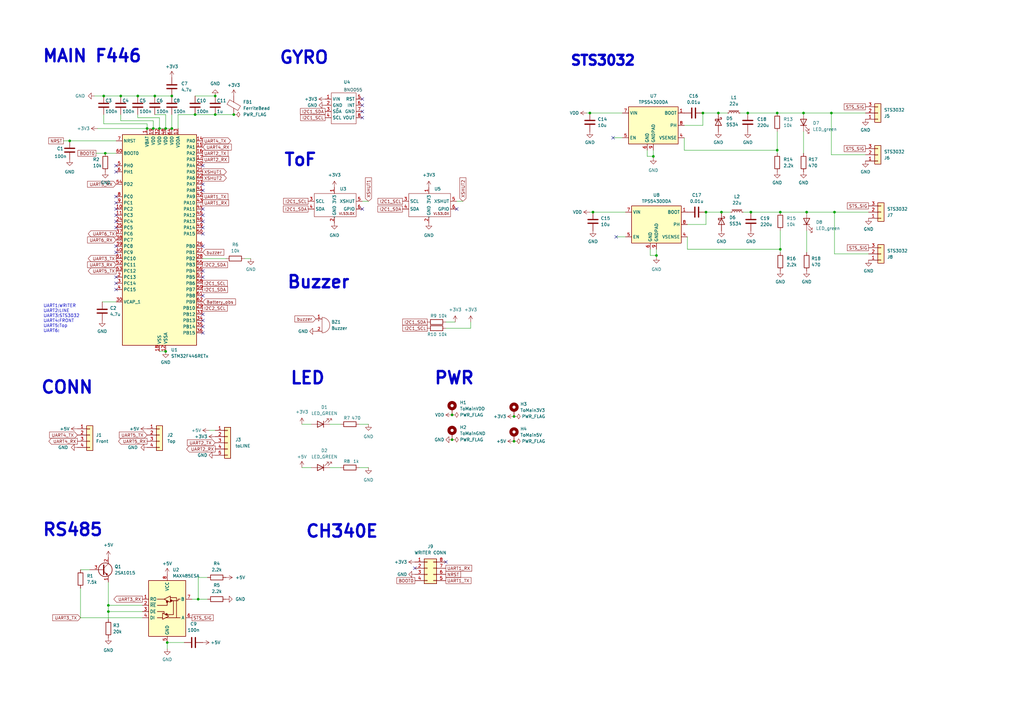
<source format=kicad_sch>
(kicad_sch (version 20230121) (generator eeschema)
  (paper "A3")
  (lib_symbols
    (symbol "BNO055:AE-BNO055-BO"
      (property "Reference" "U" (at -2.54 10.16 0))
      (symbol "AE-BNO055-BO_1_1"
        (text "BNO055" (at 3.81 8.89 0) (effects (font (size 1.27 1.27))))
        (pin passive line (at -7.62 5.08 0) (length 2.54) (name "VIN") (number "1"))
        (pin passive line (at -7.62 2.54 0) (length 2.54) (name "GND") (number "2"))
        (pin passive line (at -7.62 0 0) (length 2.54) (name "SDA") (number "3"))
        (pin passive line (at -7.62 -2.54 0) (length 2.54) (name "SCL") (number "4"))
        (pin passive line (at 7.62 5.08 180) (length 2.54) (name "RST") (number "5"))
        (pin passive line (at 7.62 2.54 180) (length 2.54) (name "INT") (number "6"))
        (pin passive line (at 7.62 0 180) (length 2.54) (name "GND") (number "7"))
        (pin passive line (at 7.62 -2.54 180) (length 2.54) (name "VOUT") (number "8"))
      )
    )
    (symbol "Connector_Generic:Conn_01x03" (pin_names (offset 1.016) hide)
      (property "Reference" "J" (at 0 5.08 0))
      (property "Value" "Conn_01x03" (at 0 -5.08 0))
      (symbol "Conn_01x03_1_1"
        (pin passive line (at -5.08 2.54 0) (length 3.81) (name "Pin_1") (number "1"))
        (pin passive line (at -5.08 0 0) (length 3.81) (name "Pin_2") (number "2"))
        (pin passive line (at -5.08 -2.54 0) (length 3.81) (name "Pin_3") (number "3"))
      )
    )
    (symbol "Connector_Generic:Conn_01x04" (pin_names (offset 1.016) hide)
      (property "Reference" "J" (at 0 5.08 0))
      (property "Value" "Conn_01x04" (at 0 -7.62 0))
      (symbol "Conn_01x04_1_1"
        (pin passive line (at -5.08 2.54 0) (length 3.81) (name "Pin_1") (number "1"))
        (pin passive line (at -5.08 0 0) (length 3.81) (name "Pin_2") (number "2"))
        (pin passive line (at -5.08 -2.54 0) (length 3.81) (name "Pin_3") (number "3"))
        (pin passive line (at -5.08 -5.08 0) (length 3.81) (name "Pin_4") (number "4"))
      )
    )
    (symbol "Connector_Generic:Conn_01x05" (pin_names (offset 1.016) hide)
      (property "Reference" "J" (at 0 7.62 0))
      (property "Value" "Conn_01x05" (at 0 -7.62 0))
      (symbol "Conn_01x05_1_1"
        (pin passive line (at -5.08 5.08 0) (length 3.81) (name "Pin_1") (number "1"))
        (pin passive line (at -5.08 2.54 0) (length 3.81) (name "Pin_2") (number "2"))
        (pin passive line (at -5.08 0 0) (length 3.81) (name "Pin_3") (number "3"))
        (pin passive line (at -5.08 -2.54 0) (length 3.81) (name "Pin_4") (number "4"))
        (pin passive line (at -5.08 -5.08 0) (length 3.81) (name "Pin_5") (number "5"))
      )
    )
    (symbol "Connector_Generic:Conn_02x04_Counter_Clockwise" (pin_names (offset 1.016) hide)
      (property "Reference" "J" (at 1.27 5.08 0))
      (property "Value" "Conn_02x04_Counter_Clockwise" (at 1.27 -7.62 0))
      (symbol "Conn_02x04_Counter_Clockwise_1_1"
        (pin passive line (at -5.08 2.54 0) (length 3.81) (name "Pin_1") (number "1"))
        (pin passive line (at -5.08 0 0) (length 3.81) (name "Pin_2") (number "2"))
        (pin passive line (at -5.08 -2.54 0) (length 3.81) (name "Pin_3") (number "3"))
        (pin passive line (at -5.08 -5.08 0) (length 3.81) (name "Pin_4") (number "4"))
        (pin passive line (at 7.62 -5.08 180) (length 3.81) (name "Pin_5") (number "5"))
        (pin passive line (at 7.62 -2.54 180) (length 3.81) (name "Pin_6") (number "6"))
        (pin passive line (at 7.62 0 180) (length 3.81) (name "Pin_7") (number "7"))
        (pin passive line (at 7.62 2.54 180) (length 3.81) (name "Pin_8") (number "8"))
      )
    )
    (symbol "Device:Buzzer" (pin_names (offset 0.0254) hide)
      (property "Reference" "BZ" (at 3.81 1.27 0))
      (property "Value" "Buzzer" (at 3.81 -1.27 0))
      (symbol "Buzzer_1_1"
        (pin passive line (at -2.54 2.54 0) (length 2.54) (name "-") (number "1"))
        (pin passive line (at -2.54 -2.54 0) (length 2.54) (name "+") (number "2"))
      )
    )
    (symbol "Device:C" (pin_numbers hide) (pin_names (offset 0.254))
      (property "Reference" "C" (at 0.635 2.54 0))
      (property "Value" "C" (at 0.635 -2.54 0))
      (symbol "C_1_1"
        (pin passive line (at 0 3.81 270) (length 2.794) (name "~") (number "1"))
        (pin passive line (at 0 -3.81 90) (length 2.794) (name "~") (number "2"))
      )
    )
    (symbol "Device:FerriteBead" (pin_numbers hide) (pin_names (offset 0))
      (property "Reference" "FB" (at -3.81 0.635 90))
      (property "Value" "FerriteBead" (at 3.81 0 90))
      (symbol "FerriteBead_1_1"
        (pin passive line (at 0 3.81 270) (length 2.54) (name "~") (number "1"))
        (pin passive line (at 0 -3.81 90) (length 2.54) (name "~") (number "2"))
      )
    )
    (symbol "Device:LED" (pin_numbers hide) (pin_names (offset 1.016) hide)
      (property "Reference" "D" (at 0 2.54 0))
      (property "Value" "LED" (at 0 -2.54 0))
      (symbol "LED_1_1"
        (pin passive line (at -3.81 0 0) (length 2.54) (name "K") (number "1"))
        (pin passive line (at 3.81 0 180) (length 2.54) (name "A") (number "2"))
      )
    )
    (symbol "Device:L_Iron_Small" (pin_numbers hide) (pin_names (offset 0.254) hide)
      (property "Reference" "L" (at 1.27 1.016 0))
      (property "Value" "L_Iron_Small" (at 1.27 -1.27 0))
      (symbol "L_Iron_Small_1_1"
        (pin passive line (at 0 2.54 270) (length 0.508) (name "~") (number "1"))
        (pin passive line (at 0 -2.54 90) (length 0.508) (name "~") (number "2"))
      )
    )
    (symbol "Device:R" (pin_numbers hide) (pin_names (offset 0))
      (property "Reference" "R" (at 2.032 0 90))
      (property "Value" "R" (at 0 0 90))
      (symbol "R_1_1"
        (pin passive line (at 0 3.81 270) (length 1.27) (name "~") (number "1"))
        (pin passive line (at 0 -3.81 90) (length 1.27) (name "~") (number "2"))
      )
    )
    (symbol "Diode:B340" (pin_numbers hide) (pin_names (offset 1.016) hide)
      (property "Reference" "D" (at 0 2.54 0))
      (property "Value" "B340" (at 0 -2.54 0))
      (symbol "B340_1_1"
        (pin passive line (at -3.81 0 0) (length 2.54) (name "K") (number "1"))
        (pin passive line (at 3.81 0 180) (length 2.54) (name "A") (number "2"))
      )
    )
    (symbol "Interface_UART:MAX485E"
      (property "Reference" "U" (at -6.096 11.43 0))
      (property "Value" "MAX485E" (at 0.762 11.43 0))
      (symbol "MAX485E_1_1"
        (pin output line (at -10.16 2.54 0) (length 2.54) (name "RO") (number "1"))
        (pin input line (at -10.16 0 0) (length 2.54) (name "~{RE}") (number "2"))
        (pin input line (at -10.16 -2.54 0) (length 2.54) (name "DE") (number "3"))
        (pin input line (at -10.16 -5.08 0) (length 2.54) (name "DI") (number "4"))
        (pin power_in line (at 0 -15.24 90) (length 2.54) (name "GND") (number "5"))
        (pin bidirectional line (at 10.16 -5.08 180) (length 2.54) (name "A") (number "6"))
        (pin bidirectional line (at 10.16 2.54 180) (length 2.54) (name "B") (number "7"))
        (pin power_in line (at 0 12.7 270) (length 2.54) (name "VCC") (number "8"))
      )
    )
    (symbol "MCU_ST_STM32F4:STM32F446RETx"
      (property "Reference" "U" (at -15.24 44.45 0))
      (property "Value" "STM32F446RETx" (at 10.16 44.45 0))
      (symbol "STM32F446RETx_1_1"
        (pin power_in line (at -5.08 45.72 270) (length 2.54) (name "VBAT") (number "1"))
        (pin bidirectional line (at -17.78 12.7 0) (length 2.54) (name "PC2") (number "10"))
        (pin bidirectional line (at -17.78 10.16 0) (length 2.54) (name "PC3") (number "11"))
        (pin power_in line (at 2.54 -45.72 90) (length 2.54) (name "VSSA") (number "12"))
        (pin power_in line (at 7.62 45.72 270) (length 2.54) (name "VDDA") (number "13"))
        (pin bidirectional line (at 17.78 40.64 180) (length 2.54) (name "PA0") (number "14"))
        (pin bidirectional line (at 17.78 38.1 180) (length 2.54) (name "PA1") (number "15"))
        (pin bidirectional line (at 17.78 35.56 180) (length 2.54) (name "PA2") (number "16"))
        (pin bidirectional line (at 17.78 33.02 180) (length 2.54) (name "PA3") (number "17"))
        (pin power_in line (at 0 -45.72 90) (length 2.54) (name "VSS") (number "18"))
        (pin power_in line (at -2.54 45.72 270) (length 2.54) (name "VDD") (number "19"))
        (pin bidirectional line (at -17.78 -15.24 0) (length 2.54) (name "PC13") (number "2"))
        (pin bidirectional line (at 17.78 30.48 180) (length 2.54) (name "PA4") (number "20"))
        (pin bidirectional line (at 17.78 27.94 180) (length 2.54) (name "PA5") (number "21"))
        (pin bidirectional line (at 17.78 25.4 180) (length 2.54) (name "PA6") (number "22"))
        (pin bidirectional line (at 17.78 22.86 180) (length 2.54) (name "PA7") (number "23"))
        (pin bidirectional line (at -17.78 7.62 0) (length 2.54) (name "PC4") (number "24"))
        (pin bidirectional line (at -17.78 5.08 0) (length 2.54) (name "PC5") (number "25"))
        (pin bidirectional line (at 17.78 -2.54 180) (length 2.54) (name "PB0") (number "26"))
        (pin bidirectional line (at 17.78 -5.08 180) (length 2.54) (name "PB1") (number "27"))
        (pin bidirectional line (at 17.78 -7.62 180) (length 2.54) (name "PB2") (number "28"))
        (pin bidirectional line (at 17.78 -27.94 180) (length 2.54) (name "PB10") (number "29"))
        (pin bidirectional line (at -17.78 -17.78 0) (length 2.54) (name "PC14") (number "3"))
        (pin power_out line (at -17.78 -25.4 0) (length 2.54) (name "VCAP_1") (number "30"))
        (pin passive line (at 0 -45.72 90) (length 2.54) hide (name "VSS") (number "31"))
        (pin power_in line (at 0 45.72 270) (length 2.54) (name "VDD") (number "32"))
        (pin bidirectional line (at 17.78 -30.48 180) (length 2.54) (name "PB12") (number "33"))
        (pin bidirectional line (at 17.78 -33.02 180) (length 2.54) (name "PB13") (number "34"))
        (pin bidirectional line (at 17.78 -35.56 180) (length 2.54) (name "PB14") (number "35"))
        (pin bidirectional line (at 17.78 -38.1 180) (length 2.54) (name "PB15") (number "36"))
        (pin bidirectional line (at -17.78 2.54 0) (length 2.54) (name "PC6") (number "37"))
        (pin bidirectional line (at -17.78 0 0) (length 2.54) (name "PC7") (number "38"))
        (pin bidirectional line (at -17.78 -2.54 0) (length 2.54) (name "PC8") (number "39"))
        (pin bidirectional line (at -17.78 -20.32 0) (length 2.54) (name "PC15") (number "4"))
        (pin bidirectional line (at -17.78 -5.08 0) (length 2.54) (name "PC9") (number "40"))
        (pin bidirectional line (at 17.78 20.32 180) (length 2.54) (name "PA8") (number "41"))
        (pin bidirectional line (at 17.78 17.78 180) (length 2.54) (name "PA9") (number "42"))
        (pin bidirectional line (at 17.78 15.24 180) (length 2.54) (name "PA10") (number "43"))
        (pin bidirectional line (at 17.78 12.7 180) (length 2.54) (name "PA11") (number "44"))
        (pin bidirectional line (at 17.78 10.16 180) (length 2.54) (name "PA12") (number "45"))
        (pin bidirectional line (at 17.78 7.62 180) (length 2.54) (name "PA13") (number "46"))
        (pin passive line (at 0 -45.72 90) (length 2.54) hide (name "VSS") (number "47"))
        (pin power_in line (at 2.54 45.72 270) (length 2.54) (name "VDD") (number "48"))
        (pin bidirectional line (at 17.78 5.08 180) (length 2.54) (name "PA14") (number "49"))
        (pin bidirectional line (at -17.78 30.48 0) (length 2.54) (name "PH0") (number "5"))
        (pin bidirectional line (at 17.78 2.54 180) (length 2.54) (name "PA15") (number "50"))
        (pin bidirectional line (at -17.78 -7.62 0) (length 2.54) (name "PC10") (number "51"))
        (pin bidirectional line (at -17.78 -10.16 0) (length 2.54) (name "PC11") (number "52"))
        (pin bidirectional line (at -17.78 -12.7 0) (length 2.54) (name "PC12") (number "53"))
        (pin bidirectional line (at -17.78 22.86 0) (length 2.54) (name "PD2") (number "54"))
        (pin bidirectional line (at 17.78 -10.16 180) (length 2.54) (name "PB3") (number "55"))
        (pin bidirectional line (at 17.78 -12.7 180) (length 2.54) (name "PB4") (number "56"))
        (pin bidirectional line (at 17.78 -15.24 180) (length 2.54) (name "PB5") (number "57"))
        (pin bidirectional line (at 17.78 -17.78 180) (length 2.54) (name "PB6") (number "58"))
        (pin bidirectional line (at 17.78 -20.32 180) (length 2.54) (name "PB7") (number "59"))
        (pin bidirectional line (at -17.78 27.94 0) (length 2.54) (name "PH1") (number "6"))
        (pin input line (at -17.78 35.56 0) (length 2.54) (name "BOOT0") (number "60"))
        (pin bidirectional line (at 17.78 -22.86 180) (length 2.54) (name "PB8") (number "61"))
        (pin bidirectional line (at 17.78 -25.4 180) (length 2.54) (name "PB9") (number "62"))
        (pin passive line (at 0 -45.72 90) (length 2.54) hide (name "VSS") (number "63"))
        (pin power_in line (at 5.08 45.72 270) (length 2.54) (name "VDD") (number "64"))
        (pin input line (at -17.78 40.64 0) (length 2.54) (name "NRST") (number "7"))
        (pin bidirectional line (at -17.78 17.78 0) (length 2.54) (name "PC0") (number "8"))
        (pin bidirectional line (at -17.78 15.24 0) (length 2.54) (name "PC1") (number "9"))
      )
    )
    (symbol "Mechanical:MountingHole_Pad" (pin_numbers hide) (pin_names (offset 1.016) hide)
      (property "Reference" "H" (at 0 6.35 0))
      (property "Value" "MountingHole_Pad" (at 0 4.445 0))
      (symbol "MountingHole_Pad_1_1"
        (pin input line (at 0 -2.54 90) (length 2.54) (name "1") (number "1"))
      )
    )
    (symbol "Regulator_Switching:TPS5430DDA"
      (property "Reference" "U" (at -10.16 8.89 0))
      (property "Value" "TPS5430DDA" (at -1.27 8.89 0))
      (symbol "TPS5430DDA_1_1"
        (pin input line (at 12.7 5.08 180) (length 2.54) (name "BOOT") (number "1"))
        (pin no_connect line (at -10.16 2.54 0) (length 2.54) hide (name "NC") (number "2"))
        (pin no_connect line (at -10.16 -2.54 0) (length 2.54) hide (name "NC") (number "3"))
        (pin input line (at 12.7 -5.08 180) (length 2.54) (name "VSENSE") (number "4"))
        (pin input line (at -12.7 -5.08 0) (length 2.54) (name "EN") (number "5"))
        (pin power_in line (at -2.54 -10.16 90) (length 2.54) (name "GND") (number "6"))
        (pin power_in line (at -12.7 5.08 0) (length 2.54) (name "VIN") (number "7"))
        (pin output line (at 12.7 0 180) (length 2.54) (name "PH") (number "8"))
        (pin power_in line (at 0 -10.16 90) (length 2.54) (name "GNDPAD") (number "9"))
      )
    )
    (symbol "Transistor_BJT:2SA1015" (pin_names (offset 0) hide)
      (property "Reference" "Q" (at 5.08 1.905 0))
      (property "Value" "2SA1015" (at 5.08 0 0))
      (symbol "2SA1015_1_1"
        (pin passive line (at 2.54 -5.08 90) (length 2.54) (name "E") (number "1"))
        (pin passive line (at 2.54 5.08 270) (length 2.54) (name "C") (number "2"))
        (pin input line (at -5.08 0 0) (length 5.08) (name "B") (number "3"))
      )
    )
    (symbol "power:+3V3" (power) (pin_names (offset 0))
      (property "Value" "+3V3" (at 0 3.556 0))
      (symbol "+3V3_1_1"
        (pin power_in line (at 0 0 90) (length 0) hide (name "+3V3") (number "1"))
      )
    )
    (symbol "power:+5V" (power) (pin_names (offset 0))
      (property "Value" "+5V" (at 0 3.556 0))
      (symbol "+5V_1_1"
        (pin power_in line (at 0 0 90) (length 0) hide (name "+5V") (number "1"))
      )
    )
    (symbol "power:GND" (power) (pin_names (offset 0))
      (property "Value" "GND" (at 0 -3.81 0))
      (symbol "GND_1_1"
        (pin power_in line (at 0 0 270) (length 0) hide (name "GND") (number "1"))
      )
    )
    (symbol "power:PWR_FLAG" (power) (pin_numbers hide) (pin_names (offset 0) hide)
      (property "Value" "PWR_FLAG" (at 0 3.81 0))
      (symbol "PWR_FLAG_0_0"
        (pin power_out line (at 0 0 90) (length 0) (name "pwr") (number "1"))
      )
    )
    (symbol "power:VDD" (power) (pin_names (offset 0))
      (property "Value" "VDD" (at 0 3.81 0))
      (symbol "VDD_1_1"
        (pin power_in line (at 0 0 90) (length 0) hide (name "VDD") (number "1"))
      )
    )
    (symbol "tuton_module:vl53l0x_module"
      (property "Reference" "U" (at 4.445 10.795 0))
      (symbol "vl53l0x_module_1_1"
        (text "VL53L0X" (at 5.08 1.27 0) (effects (font (size 1.016 1.016))))
        (pin power_in line (at 0 12.065 270) (length 2.54) (name "3V3") (number "1"))
        (pin power_in line (at 0 -2.54 90) (length 2.54) (name "GND") (number "2"))
        (pin passive line (at -10.795 6.35 0) (length 2.54) (name "SCL") (number "3"))
        (pin passive line (at -10.795 3.175 0) (length 2.54) (name "SDA") (number "4"))
        (pin passive line (at 11.43 6.35 180) (length 2.54) (name "XSHUT") (number "5"))
        (pin passive line (at 11.43 3.175 180) (length 2.54) (name "GPIO") (number "6"))
      )
    )
  )
  (junction (at 42.545 39.37))
  (junction (at 60.325 52.705))
  (junction (at 288.29 46.355))
  (junction (at 289.56 86.995))
  (junction (at 67.945 52.705))
  (junction (at 295.91 86.995))
  (junction (at 329.565 46.355))
  (junction (at 49.53 39.37))
  (junction (at 330.835 86.995))
  (junction (at 307.975 86.995))
  (junction (at 340.995 46.355))
  (junction (at 65.405 52.705))
  (junction (at 210.82 170.815))
  (junction (at 56.515 39.37))
  (junction (at 320.04 102.235))
  (junction (at 44.45 248.285))
  (junction (at 68.58 263.525))
  (junction (at 43.18 62.865))
  (junction (at 269.24 104.775))
  (junction (at 294.64 46.355))
  (junction (at 95.885 46.99))
  (junction (at 241.935 46.355))
  (junction (at 70.485 52.705))
  (junction (at 185.42 170.18))
  (junction (at 318.77 61.595))
  (junction (at 62.865 52.705))
  (junction (at 63.5 39.37))
  (junction (at 306.705 46.355))
  (junction (at 88.265 46.99))
  (junction (at 320.04 86.995))
  (junction (at 210.82 180.975))
  (junction (at 80.01 46.99))
  (junction (at 243.205 86.995))
  (junction (at 342.265 86.995))
  (junction (at 67.945 144.145))
  (junction (at 267.97 64.135))
  (junction (at 70.485 39.37))
  (junction (at 28.575 57.785))
  (junction (at 88.265 39.37))
  (junction (at 81.28 245.745))
  (junction (at 44.45 250.825))
  (junction (at 185.42 180.34))
  (junction (at 318.77 46.355))
  (no_connect (at 47.625 83.185))
  (no_connect (at 83.185 90.805))
  (no_connect (at 83.185 133.985))
  (no_connect (at 47.625 90.805))
  (no_connect (at 148.59 43.18))
  (no_connect (at 148.59 40.64))
  (no_connect (at 47.625 80.645))
  (no_connect (at 148.59 45.72))
  (no_connect (at 83.185 67.945))
  (no_connect (at 83.185 131.445))
  (no_connect (at 47.625 88.265))
  (no_connect (at 83.185 88.265))
  (no_connect (at 83.185 100.965))
  (no_connect (at 187.325 85.725))
  (no_connect (at 83.185 121.285))
  (no_connect (at 182.88 230.505))
  (no_connect (at 83.185 85.725))
  (no_connect (at 47.625 85.725))
  (no_connect (at 47.625 118.745))
  (no_connect (at 83.185 93.345))
  (no_connect (at 47.625 113.665))
  (no_connect (at 83.185 111.125))
  (no_connect (at 148.59 48.26))
  (no_connect (at 83.185 75.565))
  (no_connect (at 252.73 97.155))
  (no_connect (at 83.185 113.665))
  (no_connect (at 47.625 93.345))
  (no_connect (at 83.185 95.885))
  (no_connect (at 251.46 56.515))
  (no_connect (at 83.185 128.905))
  (no_connect (at 47.625 100.965))
  (no_connect (at 148.59 85.725))
  (no_connect (at 170.18 233.045))
  (no_connect (at 47.625 70.485))
  (no_connect (at 47.625 67.945))
  (no_connect (at 83.185 78.105))
  (no_connect (at 83.185 136.525))
  (no_connect (at 47.625 103.505))
  (no_connect (at 47.625 116.205))
  (wire (pts (xy 280.67 51.435) (xy 288.29 51.435)))
  (wire (pts (xy 252.73 97.155) (xy 256.54 97.155)))
  (wire (pts (xy 303.53 46.355) (xy 306.705 46.355)))
  (wire (pts (xy 320.04 94.615) (xy 320.04 102.235)))
  (wire (pts (xy 100.33 106.045) (xy 102.87 106.045)))
  (wire (pts (xy 68.58 266.065) (xy 68.58 263.525)))
  (wire (pts (xy 85.725 176.53) (xy 88.265 176.53)))
  (wire (pts (xy 182.88 132.08) (xy 186.69 132.08)))
  (wire (pts (xy 85.09 236.855) (xy 81.28 236.855)))
  (wire (pts (xy 38.735 39.37) (xy 42.545 39.37)))
  (wire (pts (xy 73.025 46.99) (xy 80.01 46.99)))
  (wire (pts (xy 33.02 253.365) (xy 33.02 241.3)))
  (wire (pts (xy 251.46 56.515) (xy 255.27 56.515)))
  (wire (pts (xy 304.8 86.995) (xy 307.975 86.995)))
  (wire (pts (xy 240.665 46.355) (xy 241.935 46.355)))
  (wire (pts (xy 56.515 46.99) (xy 56.515 48.26)))
  (wire (pts (xy 139.7 191.77) (xy 135.255 191.77)))
  (wire (pts (xy 281.94 102.235) (xy 320.04 102.235)))
  (wire (pts (xy 127.635 173.99) (xy 123.825 173.99)))
  (wire (pts (xy 44.45 248.285) (xy 58.42 248.285)))
  (wire (pts (xy 288.29 46.355) (xy 294.64 46.355)))
  (wire (pts (xy 307.975 86.995) (xy 320.04 86.995)))
  (wire (pts (xy 340.995 46.355) (xy 354.965 46.355)))
  (wire (pts (xy 289.56 92.075) (xy 289.56 86.995)))
  (wire (pts (xy 342.265 86.995) (xy 356.235 86.995)))
  (wire (pts (xy 63.5 39.37) (xy 70.485 39.37)))
  (wire (pts (xy 269.24 104.775) (xy 269.24 105.41)))
  (wire (pts (xy 139.7 173.99) (xy 135.255 173.99)))
  (wire (pts (xy 42.545 50.8) (xy 60.325 50.8)))
  (wire (pts (xy 266.7 102.235) (xy 266.7 104.775)))
  (wire (pts (xy 42.545 39.37) (xy 49.53 39.37)))
  (wire (pts (xy 83.185 106.045) (xy 92.71 106.045)))
  (wire (pts (xy 265.43 64.135) (xy 267.97 64.135)))
  (wire (pts (xy 41.91 123.825) (xy 47.625 123.825)))
  (wire (pts (xy 80.01 39.37) (xy 88.265 39.37)))
  (wire (pts (xy 42.545 46.99) (xy 42.545 50.8)))
  (wire (pts (xy 193.04 134.62) (xy 182.88 134.62)))
  (wire (pts (xy 67.945 46.99) (xy 67.945 52.705)))
  (wire (pts (xy 340.995 46.355) (xy 340.995 63.5)))
  (wire (pts (xy 40.005 52.705) (xy 60.325 52.705)))
  (wire (pts (xy 81.28 236.855) (xy 81.28 245.745)))
  (wire (pts (xy 330.835 86.995) (xy 342.265 86.995)))
  (wire (pts (xy 281.94 92.075) (xy 289.56 92.075)))
  (wire (pts (xy 49.53 46.99) (xy 49.53 49.53)))
  (wire (pts (xy 329.565 46.355) (xy 340.995 46.355)))
  (wire (pts (xy 151.13 82.55) (xy 148.59 82.55)))
  (wire (pts (xy 318.77 61.595) (xy 318.77 62.865)))
  (wire (pts (xy 39.37 62.865) (xy 43.18 62.865)))
  (wire (pts (xy 280.67 61.595) (xy 318.77 61.595)))
  (wire (pts (xy 44.45 250.825) (xy 58.42 250.825)))
  (wire (pts (xy 241.935 86.995) (xy 243.205 86.995)))
  (wire (pts (xy 78.74 245.745) (xy 81.28 245.745)))
  (wire (pts (xy 289.56 86.995) (xy 295.91 86.995)))
  (wire (pts (xy 306.705 46.355) (xy 318.77 46.355)))
  (wire (pts (xy 265.43 61.595) (xy 265.43 64.135)))
  (wire (pts (xy 33.02 253.365) (xy 58.42 253.365)))
  (wire (pts (xy 295.91 86.995) (xy 299.72 86.995)))
  (wire (pts (xy 340.995 63.5) (xy 354.965 63.5)))
  (wire (pts (xy 73.025 52.705) (xy 73.025 46.99)))
  (wire (pts (xy 241.935 46.355) (xy 255.27 46.355)))
  (wire (pts (xy 318.77 53.975) (xy 318.77 61.595)))
  (wire (pts (xy 65.405 48.26) (xy 65.405 52.705)))
  (wire (pts (xy 26.035 57.785) (xy 28.575 57.785)))
  (wire (pts (xy 56.515 48.26) (xy 65.405 48.26)))
  (wire (pts (xy 44.45 238.76) (xy 44.45 248.285)))
  (wire (pts (xy 81.28 245.745) (xy 85.09 245.745)))
  (wire (pts (xy 62.865 52.705) (xy 65.405 52.705)))
  (wire (pts (xy 60.325 50.8) (xy 60.325 52.705)))
  (wire (pts (xy 28.575 57.785) (xy 47.625 57.785)))
  (wire (pts (xy 330.835 103.505) (xy 330.835 94.615)))
  (wire (pts (xy 243.205 86.995) (xy 256.54 86.995)))
  (wire (pts (xy 266.7 104.775) (xy 269.24 104.775)))
  (wire (pts (xy 33.02 233.68) (xy 36.83 233.68)))
  (wire (pts (xy 294.64 46.355) (xy 298.45 46.355)))
  (wire (pts (xy 189.865 82.55) (xy 187.325 82.55)))
  (wire (pts (xy 80.01 46.99) (xy 88.265 46.99)))
  (wire (pts (xy 70.485 46.99) (xy 70.485 52.705)))
  (wire (pts (xy 43.18 62.865) (xy 47.625 62.865)))
  (wire (pts (xy 151.13 173.99) (xy 147.32 173.99)))
  (wire (pts (xy 68.58 263.525) (xy 75.565 263.525)))
  (wire (pts (xy 320.04 86.995) (xy 330.835 86.995)))
  (wire (pts (xy 49.53 49.53) (xy 62.865 49.53)))
  (wire (pts (xy 193.04 132.08) (xy 193.04 134.62)))
  (wire (pts (xy 342.265 86.995) (xy 342.265 104.14)))
  (wire (pts (xy 329.565 62.865) (xy 329.565 53.975)))
  (wire (pts (xy 267.97 61.595) (xy 267.97 64.135)))
  (wire (pts (xy 44.45 250.825) (xy 44.45 254)))
  (wire (pts (xy 320.04 102.235) (xy 320.04 103.505)))
  (wire (pts (xy 318.77 46.355) (xy 329.565 46.355)))
  (wire (pts (xy 151.13 191.77) (xy 147.32 191.77)))
  (wire (pts (xy 342.265 104.14) (xy 356.235 104.14)))
  (wire (pts (xy 281.94 102.235) (xy 281.94 97.155)))
  (wire (pts (xy 44.45 248.285) (xy 44.45 250.825)))
  (wire (pts (xy 88.265 46.99) (xy 95.885 46.99)))
  (wire (pts (xy 288.29 51.435) (xy 288.29 46.355)))
  (wire (pts (xy 49.53 39.37) (xy 56.515 39.37)))
  (wire (pts (xy 67.945 52.705) (xy 70.485 52.705)))
  (wire (pts (xy 280.67 61.595) (xy 280.67 56.515)))
  (wire (pts (xy 56.515 39.37) (xy 63.5 39.37)))
  (wire (pts (xy 65.405 144.145) (xy 67.945 144.145)))
  (wire (pts (xy 60.325 52.705) (xy 62.865 52.705)))
  (wire (pts (xy 269.24 102.235) (xy 269.24 104.775)))
  (wire (pts (xy 267.97 64.135) (xy 267.97 64.77)))
  (wire (pts (xy 65.405 52.705) (xy 67.945 52.705)))
  (wire (pts (xy 127.635 191.77) (xy 123.825 191.77)))
  (wire (pts (xy 62.865 49.53) (xy 62.865 52.705)))
  (wire (pts (xy 63.5 46.99) (xy 67.945 46.99)))
  (text "STS3032\n" (at 233.68 27.305 0) (effects (font (size 4 4) (thickness 2) bold) (justify left bottom)))
  (text "Buzzer\n" (at 117.475 118.745 0) (effects (font (size 5 5) (thickness 1) bold) (justify left bottom)))
  (text "MAIN F446\n" (at 17.145 26.035 0) (effects (font (size 5 5) (thickness 1) bold) (justify left bottom)))
  (text "UART1:WRITER\nUART2:LINE\nUART3:STS3032\nUART4:FRONT\nUART5:Top\nUART6:" (at 17.78 136.525 0) (effects (font (size 1.27 1.27)) (justify left bottom)))
  (text "ToF" (at 116.205 68.58 0) (effects (font (size 5 5) (thickness 1) bold) (justify left bottom)))
  (text "CONN\n" (at 16.51 161.925 0) (effects (font (size 5 5) (thickness 1) bold) (justify left bottom)))
  (text "GYRO\n" (at 114.3 26.67 0) (effects (font (size 5 5) (thickness 1) bold) (justify left bottom)))
  (text "CH340E\n" (at 125.095 220.98 0) (effects (font (size 5 5) (thickness 1) bold) (justify left bottom)))
  (text "RS485\n" (at 17.145 220.345 0) (effects (font (size 5 5) (thickness 1) bold) (justify left bottom)))
  (text "PWR" (at 177.8 158.115 0) (effects (font (size 5 5) (thickness 1) bold) (justify left bottom)))
  (text "LED" (at 118.745 158.115 0) (effects (font (size 5 5) (thickness 1) bold) (justify left bottom)))
  (global_label "UART1_RX" (shape passive) (at 83.185 83.185 0) (property "Intersheetrefs" "${INTERSHEET_REFS}" (effects hide)))
  (global_label "UART2_TX" (shape passive) (at 83.185 62.865 0) (property "Intersheetrefs" "${INTERSHEET_REFS}" (effects hide)))
  (global_label "STS_SIG" (shape passive) (at 354.965 60.96 180) (property "Intersheetrefs" "${INTERSHEET_REFS}" (effects hide)))
  (global_label "STS_SIG" (shape passive) (at 78.74 253.365 0) (property "Intersheetrefs" "${INTERSHEET_REFS}" (effects hide)))
  (global_label "XSHUT1" (shape input) (at 151.13 82.55 90) (property "Intersheetrefs" "${INTERSHEET_REFS}" (effects hide)))
  (global_label "I2C1_SDA" (shape passive) (at 83.185 118.745 0) (property "Intersheetrefs" "${INTERSHEET_REFS}" (effects hide)))
  (global_label "UART1_TX" (shape passive) (at 83.185 80.645 0) (property "Intersheetrefs" "${INTERSHEET_REFS}" (effects hide)))
  (global_label "UART3_RX" (shape input) (at 47.625 108.585 180) (property "Intersheetrefs" "${INTERSHEET_REFS}" (effects hide)))
  (global_label "UART5_RX" (shape input) (at 47.625 75.565 180) (property "Intersheetrefs" "${INTERSHEET_REFS}" (effects hide)))
  (global_label "STS_SIG" (shape passive) (at 354.965 43.815 180) (property "Intersheetrefs" "${INTERSHEET_REFS}" (effects hide)))
  (global_label "I2C2_SDA" (shape passive) (at 83.185 108.585 0) (property "Intersheetrefs" "${INTERSHEET_REFS}" (effects hide)))
  (global_label "I2C1_SDA" (shape passive) (at 126.365 85.725 180) (property "Intersheetrefs" "${INTERSHEET_REFS}" (effects hide)))
  (global_label "I2C1_SDA" (shape passive) (at 133.35 45.72 180) (property "Intersheetrefs" "${INTERSHEET_REFS}" (effects hide)))
  (global_label "I2C1_SCL" (shape passive) (at 126.365 82.55 180) (property "Intersheetrefs" "${INTERSHEET_REFS}" (effects hide)))
  (global_label "UART5_RX" (shape output) (at 60.325 180.975 180) (property "Intersheetrefs" "${INTERSHEET_REFS}" (effects hide)))
  (global_label "UART3_TX" (shape input) (at 33.02 253.365 180) (property "Intersheetrefs" "${INTERSHEET_REFS}" (effects hide)))
  (global_label "UART2_RX" (shape passive) (at 83.185 65.405 0) (property "Intersheetrefs" "${INTERSHEET_REFS}" (effects hide)))
  (global_label "UART1_TX" (shape passive) (at 182.88 238.125 0) (property "Intersheetrefs" "${INTERSHEET_REFS}" (effects hide)))
  (global_label "UART5_TX" (shape input) (at 60.325 178.435 180) (property "Intersheetrefs" "${INTERSHEET_REFS}" (effects hide)))
  (global_label "UART6_TX" (shape output) (at 47.625 95.885 180) (property "Intersheetrefs" "${INTERSHEET_REFS}" (effects hide)))
  (global_label "UART4_RX" (shape output) (at 31.75 180.975 180) (property "Intersheetrefs" "${INTERSHEET_REFS}" (effects hide)))
  (global_label "buzzer" (shape input) (at 129.54 130.81 180) (property "Intersheetrefs" "${INTERSHEET_REFS}" (effects hide)))
  (global_label "I2C1_SCL" (shape passive) (at 83.185 116.205 0) (property "Intersheetrefs" "${INTERSHEET_REFS}" (effects hide)))
  (global_label "UART4_TX" (shape output) (at 83.185 57.785 0) (property "Intersheetrefs" "${INTERSHEET_REFS}" (effects hide)))
  (global_label "UART5_TX" (shape output) (at 47.625 111.125 180) (property "Intersheetrefs" "${INTERSHEET_REFS}" (effects hide)))
  (global_label "XSHUT2" (shape input) (at 189.865 82.55 90) (property "Intersheetrefs" "${INTERSHEET_REFS}" (effects hide)))
  (global_label "UART2_TX" (shape input) (at 88.265 181.61 180) (property "Intersheetrefs" "${INTERSHEET_REFS}" (effects hide)))
  (global_label "UART1_RX" (shape passive) (at 182.88 233.045 0) (property "Intersheetrefs" "${INTERSHEET_REFS}" (effects hide)))
  (global_label "BOOT0" (shape passive) (at 39.37 62.865 180) (property "Intersheetrefs" "${INTERSHEET_REFS}" (effects hide)))
  (global_label "UART4_TX" (shape input) (at 31.75 178.435 180) (property "Intersheetrefs" "${INTERSHEET_REFS}" (effects hide)))
  (global_label "buzzer" (shape input) (at 83.185 103.505 0) (property "Intersheetrefs" "${INTERSHEET_REFS}" (effects hide)))
  (global_label "STS_SIG" (shape passive) (at 356.235 101.6 180) (property "Intersheetrefs" "${INTERSHEET_REFS}" (effects hide)))
  (global_label "BOOT0" (shape passive) (at 170.18 238.125 180) (property "Intersheetrefs" "${INTERSHEET_REFS}" (effects hide)))
  (global_label "UART3_TX" (shape output) (at 47.625 106.045 180) (property "Intersheetrefs" "${INTERSHEET_REFS}" (effects hide)))
  (global_label "UART3_RX" (shape output) (at 58.42 245.745 180) (property "Intersheetrefs" "${INTERSHEET_REFS}" (effects hide)))
  (global_label "XSHUT2" (shape output) (at 83.185 73.025 0) (property "Intersheetrefs" "${INTERSHEET_REFS}" (effects hide)))
  (global_label "I2C1_SCL" (shape passive) (at 165.1 82.55 180) (property "Intersheetrefs" "${INTERSHEET_REFS}" (effects hide)))
  (global_label "UART4_RX" (shape input) (at 83.185 60.325 0) (property "Intersheetrefs" "${INTERSHEET_REFS}" (effects hide)))
  (global_label "UART6_RX" (shape input) (at 47.625 98.425 180) (property "Intersheetrefs" "${INTERSHEET_REFS}" (effects hide)))
  (global_label "I2C1_SCL" (shape passive) (at 175.26 134.62 180) (property "Intersheetrefs" "${INTERSHEET_REFS}" (effects hide)))
  (global_label "I2C2_SCL" (shape passive) (at 83.185 126.365 0) (property "Intersheetrefs" "${INTERSHEET_REFS}" (effects hide)))
  (global_label "Battery_obs" (shape input) (at 83.185 123.825 0) (property "Intersheetrefs" "${INTERSHEET_REFS}" (effects hide)))
  (global_label "STS_SIG" (shape passive) (at 356.235 84.455 180) (property "Intersheetrefs" "${INTERSHEET_REFS}" (effects hide)))
  (global_label "NRST" (shape passive) (at 182.88 235.585 0) (property "Intersheetrefs" "${INTERSHEET_REFS}" (effects hide)))
  (global_label "I2C1_SDA" (shape passive) (at 175.26 132.08 180) (property "Intersheetrefs" "${INTERSHEET_REFS}" (effects hide)))
  (global_label "I2C1_SDA" (shape passive) (at 165.1 85.725 180) (property "Intersheetrefs" "${INTERSHEET_REFS}" (effects hide)))
  (global_label "I2C1_SCL" (shape passive) (at 133.35 48.26 180) (property "Intersheetrefs" "${INTERSHEET_REFS}" (effects hide)))
  (global_label "NRST" (shape passive) (at 26.035 57.785 180) (property "Intersheetrefs" "${INTERSHEET_REFS}" (effects hide)))
  (global_label "XSHUT1" (shape output) (at 83.185 70.485 0) (property "Intersheetrefs" "${INTERSHEET_REFS}" (effects hide)))
  (global_label "UART2_RX" (shape output) (at 88.265 184.15 180) (property "Intersheetrefs" "${INTERSHEET_REFS}" (effects hide)))
  (symbol (lib_id "Connector_Generic:Conn_01x04") (at 36.83 178.435 0) (unit 1)
    (property "Reference" "J1" (at 39.37 178.435 0) (effects (justify left)))
    (property "Value" "Front" (at 39.37 180.975 0) (effects (justify left)))
    (property "Footprint" "Connector_JST:JST_XH_B4B-XH-A_1x04_P2.50mm_Vertical" (effects hide))
  )
  (symbol (lib_id "power:+5V") (at 44.45 228.6 0) (unit 1)
    (property "Reference" "#PWR08" (effects hide))
    (property "Value" "+5V" (at 44.45 223.52 0))
  )
  (symbol (lib_id "Device:Buzzer") (at 132.08 133.35 0) (unit 1)
    (property "Reference" "BZ1" (at 135.89 132.08 0) (effects (justify left)))
    (property "Value" "Buzzer" (at 135.89 134.62 0) (effects (justify left)))
    (property "Footprint" "Buzzer_Beeper:Buzzer_15x7.5RM7.6" (effects hide))
  )
  (symbol (lib_id "power:GND") (at 68.58 266.065 0) (unit 1)
    (property "Reference" "#PWR014" (effects hide))
    (property "Value" "GND" (at 68.58 270.51 0))
  )
  (symbol (lib_id "power:+3V3") (at 70.485 31.75 0) (unit 1)
    (property "Reference" "#PWR015" (effects hide))
    (property "Value" "+3V3" (at 70.485 27.305 0))
  )
  (symbol (lib_id "Device:R") (at 96.52 106.045 90) (unit 1)
    (property "Reference" "R6" (at 96.52 100.33 90))
    (property "Value" "10k" (at 96.52 102.87 90))
    (property "Footprint" "Resistor_SMD:R_0603_1608Metric" (effects hide))
    (property "LCSC" "C25804" (effects hide))
  )
  (symbol (lib_id "Connector_Generic:Conn_01x03") (at 360.045 63.5 0) (mirror x) (unit 1)
    (property "Reference" "J6" (at 362.585 64.77 0) (effects (justify left)))
    (property "Value" "STS3032" (at 362.585 62.23 0) (effects (justify left)))
    (property "Footprint" "Connector_Molex:Molex_SPOX_5267-03A_1x03_P2.50mm_Vertical" (effects hide))
  )
  (symbol (lib_id "Transistor_BJT:2SA1015") (at 41.91 233.68 0) (unit 1)
    (property "Reference" "Q1" (at 46.99 232.41 0) (effects (justify left)))
    (property "Value" "2SA1015" (at 46.99 234.95 0) (effects (justify left)))
    (property "Footprint" "Package_TO_SOT_THT:TO-92_Inline" (effects hide))
    (property "Datasheet" "http://www.datasheetcatalog.org/datasheet/toshiba/905.pdf" (effects hide))
  )
  (symbol (lib_id "power:GND") (at 151.13 173.99 0) (unit 1)
    (property "Reference" "#PWR033" (effects hide))
    (property "Value" "GND" (at 151.13 179.07 0))
  )
  (symbol (lib_id "Connector_Generic:Conn_01x04") (at 65.405 178.435 0) (unit 1)
    (property "Reference" "J2" (at 68.58 178.435 0) (effects (justify left)))
    (property "Value" "Top" (at 68.58 180.975 0) (effects (justify left)))
    (property "Footprint" "Connector_JST:JST_XH_B4B-XH-A_1x04_P2.50mm_Vertical" (effects hide))
  )
  (symbol (lib_id "Device:R") (at 320.04 107.315 0) (unit 1)
    (property "Reference" "R16" (at 322.58 106.045 0) (effects (justify left)))
    (property "Value" "2.2k" (at 322.58 108.585 0) (effects (justify left)))
    (property "Footprint" "Resistor_SMD:R_0603_1608Metric" (effects hide))
    (property "LCSC" "C4190" (effects hide))
  )
  (symbol (lib_id "Device:C") (at 49.53 43.18 0) (unit 1)
    (property "Reference" "C4" (at 50.165 41.275 0) (effects (justify left)))
    (property "Value" "100n" (at 50.165 45.72 0) (effects (justify left)))
    (property "Footprint" "Capacitor_SMD:C_0402_1005Metric" (effects hide))
    (property "LCSC" "C1525" (effects hide))
  )
  (symbol (lib_id "power:GND") (at 38.735 39.37 270) (unit 1)
    (property "Reference" "#PWR04" (effects hide))
    (property "Value" "GND" (at 34.925 39.37 90) (effects (justify right)))
  )
  (symbol (lib_id "Device:C") (at 243.205 90.805 0) (unit 1)
    (property "Reference" "C15" (at 246.38 89.535 0) (effects (justify left)))
    (property "Value" "10u" (at 246.38 92.075 0) (effects (justify left)))
    (property "Footprint" "Capacitor_SMD:C_0805_2012Metric" (effects hide))
    (property "LCSC" "C15850" (effects hide))
  )
  (symbol (lib_id "power:GND") (at 318.77 70.485 0) (unit 1)
    (property "Reference" "#PWR062" (effects hide))
    (property "Value" "GND" (at 318.77 74.93 0))
  )
  (symbol (lib_id "Device:R") (at 179.07 132.08 270) (unit 1)
    (property "Reference" "R9" (at 177.8 129.54 90))
    (property "Value" "10k" (at 181.61 129.54 90))
    (property "Footprint" "Resistor_SMD:R_1206_3216Metric" (effects hide))
    (property "LCSC" "C17902" (effects hide))
  )
  (symbol (lib_id "Device:L_Iron_Small") (at 302.26 86.995 90) (unit 1)
    (property "Reference" "L2" (at 302.26 80.645 90))
    (property "Value" "22u" (at 302.26 83.185 90))
    (property "Footprint" "Inductor_THT:L_Radial_D12.0mm_P5.00mm_Neosid_SD12k_style2" (effects hide))
    (property "LCSC" "C475917" (effects hide))
  )
  (symbol (lib_id "power:+5V") (at 60.325 175.895 90) (unit 1)
    (property "Reference" "#PWR010" (effects hide))
    (property "Value" "+5V" (at 57.15 175.895 90) (effects (justify left)))
  )
  (symbol (lib_id "power:GND") (at 295.91 94.615 0) (unit 1)
    (property "Reference" "#PWR059" (effects hide))
    (property "Value" "GND" (at 295.91 99.06 0))
  )
  (symbol (lib_id "Interface_UART:MAX485E") (at 68.58 248.285 0) (unit 1)
    (property "Reference" "U2" (at 70.7741 233.68 0) (effects (justify left)))
    (property "Value" "MAX485ESA" (at 70.7741 236.22 0) (effects (justify left)))
    (property "Footprint" "Package_SO:SOP-8_3.9x4.9mm_P1.27mm" (effects hide))
    (property "Datasheet" "https://datasheets.maximintegrated.com/en/ds/MAX1487E-MAX491E.pdf" (effects hide))
    (property "LCSC" "C668206" (effects hide))
  )
  (symbol (lib_id "Diode:B340") (at 294.64 50.165 270) (unit 1)
    (property "Reference" "D5" (at 297.815 48.5775 90) (effects (justify left)))
    (property "Value" "SS34" (at 297.815 51.1175 90) (effects (justify left)))
    (property "Footprint" "Diode_SMD:D_SMA" (effects hide))
    (property "Datasheet" "http://www.jameco.com/Jameco/Products/ProdDS/1538777.pdf" (effects hide))
    (property "LCSC" "C8678" (effects hide))
  )
  (symbol (lib_id "Device:R") (at 88.9 236.855 270) (unit 1)
    (property "Reference" "R4" (at 88.9 231.14 90))
    (property "Value" "2.2k" (at 88.9 233.68 90))
    (property "Footprint" "Resistor_SMD:R_0603_1608Metric" (effects hide))
    (property "LCSC" "C4190" (effects hide))
  )
  (symbol (lib_id "tuton_module:vl53l0x_module") (at 137.16 88.9 0) (unit 1)
    (property "Reference" "U3" (at 139.3541 77.47 0) (effects (justify left)))
    (property "Value" "~" (at 137.16 88.9 0))
    (property "Footprint" "tuton:vl53l0x_vertical" (effects hide))
  )
  (symbol (lib_id "power:GND") (at 129.54 135.89 270) (unit 1)
    (property "Reference" "#PWR027" (effects hide))
    (property "Value" "GND" (at 126.365 135.89 90) (effects (justify right)))
  )
  (symbol (lib_id "Device:R") (at 179.07 134.62 90) (unit 1)
    (property "Reference" "R10" (at 177.165 137.16 90))
    (property "Value" "10k" (at 181.61 137.16 90))
    (property "Footprint" "Resistor_SMD:R_1206_3216Metric" (effects hide))
    (property "LCSC" "C17902" (effects hide))
  )
  (symbol (lib_id "power:GND") (at 88.265 186.69 270) (unit 1)
    (property "Reference" "#PWR020" (effects hide))
    (property "Value" "GND" (at 85.09 186.69 90) (effects (justify right)))
  )
  (symbol (lib_id "Device:R") (at 143.51 191.77 270) (unit 1)
    (property "Reference" "R8" (at 142.24 189.23 90))
    (property "Value" "1k" (at 146.05 189.23 90))
    (property "Footprint" "Resistor_SMD:R_0805_2012Metric" (effects hide))
    (property "LCSC" "C17513" (effects hide))
  )
  (symbol (lib_id "Device:C") (at 307.975 90.805 0) (unit 1)
    (property "Reference" "C19" (at 311.785 89.535 0) (effects (justify left)))
    (property "Value" "220u" (at 311.785 92.075 0) (effects (justify left)))
    (property "Footprint" "Capacitor_THT:CP_Radial_D6.3mm_P2.50mm" (effects hide))
  )
  (symbol (lib_id "power:PWR_FLAG") (at 185.42 170.18 270) (unit 1)
    (property "Reference" "#FLG02" (effects hide))
    (property "Value" "PWR_FLAG" (at 188.595 170.18 90) (effects (justify left)))
  )
  (symbol (lib_id "power:VDD") (at 240.665 46.355 90) (unit 1)
    (property "Reference" "#PWR046" (effects hide))
    (property "Value" "VDD" (at 237.49 46.355 90) (effects (justify left)))
  )
  (symbol (lib_id "MCU_ST_STM32F4:STM32F446RETx") (at 65.405 98.425 0) (unit 1)
    (property "Reference" "U1" (at 70.1391 143.51 0) (effects (justify left)))
    (property "Value" "STM32F446RETx" (at 70.1391 146.05 0) (effects (justify left)))
    (property "Footprint" "Package_QFP:LQFP-64_10x10mm_P0.5mm" (effects hide))
    (property "Datasheet" "https://www.st.com/resource/en/datasheet/stm32f446re.pdf" (effects hide))
    (property "LCSC" "C69336" (effects hide))
  )
  (symbol (lib_id "power:+3V3") (at 133.35 40.64 90) (unit 1)
    (property "Reference" "#PWR028" (effects hide))
    (property "Value" "+3V3" (at 130.175 40.64 90) (effects (justify left)))
  )
  (symbol (lib_id "power:+5V") (at 31.75 175.895 90) (unit 1)
    (property "Reference" "#PWR02" (effects hide))
    (property "Value" "+5V" (at 28.575 175.895 90) (effects (justify left)))
  )
  (symbol (lib_id "Diode:B340") (at 295.91 90.805 270) (unit 1)
    (property "Reference" "D6" (at 299.085 89.2175 90) (effects (justify left)))
    (property "Value" "SS34" (at 299.085 91.7575 90) (effects (justify left)))
    (property "Footprint" "Diode_SMD:D_SMA" (effects hide))
    (property "Datasheet" "http://www.jameco.com/Jameco/Products/ProdDS/1538777.pdf" (effects hide))
    (property "LCSC" "C8678" (effects hide))
  )
  (symbol (lib_id "Device:LED") (at 330.835 90.805 90) (unit 1)
    (property "Reference" "D8" (at 334.645 91.1225 90) (effects (justify right)))
    (property "Value" "LED_green" (at 334.645 93.6625 90) (effects (justify right)))
    (property "Footprint" "LED_SMD:LED_0805_2012Metric" (effects hide))
    (property "LCSC" "C2297" (effects hide))
  )
  (symbol (lib_id "Device:C") (at 88.265 43.18 0) (unit 1)
    (property "Reference" "C11" (at 88.9 41.275 0) (effects (justify left)))
    (property "Value" "1u" (at 88.9 45.72 0) (effects (justify left)))
    (property "Footprint" "Capacitor_SMD:C_0402_1005Metric" (effects hide))
    (property "LCSC" "C52923" (effects hide))
  )
  (symbol (lib_id "Device:R") (at 318.77 66.675 0) (unit 1)
    (property "Reference" "R14" (at 321.31 65.405 0) (effects (justify left)))
    (property "Value" "2.2k" (at 321.31 67.945 0) (effects (justify left)))
    (property "Footprint" "Resistor_SMD:R_0603_1608Metric" (effects hide))
    (property "LCSC" "C4190" (effects hide))
  )
  (symbol (lib_id "Device:C") (at 41.91 127.635 0) (unit 1)
    (property "Reference" "C2" (at 45.085 126.365 0) (effects (justify left)))
    (property "Value" "4.7u" (at 45.085 128.905 0) (effects (justify left)))
    (property "Footprint" "Capacitor_SMD:C_0402_1005Metric" (effects hide))
    (property "LCSC" "C23733" (effects hide))
  )
  (symbol (lib_id "power:GND") (at 269.24 105.41 0) (unit 1)
    (property "Reference" "#PWR055" (effects hide))
    (property "Value" "GND" (at 269.24 110.49 0))
  )
  (symbol (lib_id "power:GND") (at 41.91 131.445 0) (unit 1)
    (property "Reference" "#PWR06" (effects hide))
    (property "Value" "GND" (at 41.91 135.89 0))
  )
  (symbol (lib_id "power:PWR_FLAG") (at 185.42 180.34 270) (unit 1)
    (property "Reference" "#FLG03" (effects hide))
    (property "Value" "PWR_FLAG" (at 188.595 180.34 90) (effects (justify left)))
  )
  (symbol (lib_id "power:+5V") (at 210.82 180.975 90) (unit 1)
    (property "Reference" "#PWR057" (effects hide))
    (property "Value" "+5V" (at 207.645 180.975 90) (effects (justify left)))
  )
  (symbol (lib_id "Device:R") (at 33.02 237.49 0) (unit 1)
    (property "Reference" "R1" (at 35.56 236.22 0) (effects (justify left)))
    (property "Value" "7.5k" (at 35.56 238.76 0) (effects (justify left)))
    (property "Footprint" "Resistor_SMD:R_0603_1608Metric" (effects hide))
    (property "LCSC" "C23234" (effects hide))
  )
  (symbol (lib_id "power:+3V3") (at 123.825 173.99 0) (unit 1)
    (property "Reference" "#PWR025" (effects hide))
    (property "Value" "+3V3" (at 123.825 168.91 0))
  )
  (symbol (lib_id "power:PWR_FLAG") (at 95.885 46.99 270) (unit 1)
    (property "Reference" "#FLG01" (effects hide))
    (property "Value" "PWR_FLAG" (at 99.695 46.99 90) (effects (justify left)))
  )
  (symbol (lib_id "power:GND") (at 151.13 191.77 0) (unit 1)
    (property "Reference" "#PWR034" (effects hide))
    (property "Value" "GND" (at 151.13 196.85 0))
  )
  (symbol (lib_id "Mechanical:MountingHole_Pad") (at 210.82 168.275 0) (unit 1)
    (property "Reference" "H3" (at 213.36 165.735 0) (effects (justify left)))
    (property "Value" "ToMain3V3" (at 213.36 168.275 0) (effects (justify left)))
    (property "Footprint" "MountingHole:MountingHole_3.2mm_M3_Pad_Via" (effects hide))
  )
  (symbol (lib_id "Device:R") (at 88.9 245.745 270) (unit 1)
    (property "Reference" "R5" (at 88.9 240.03 90))
    (property "Value" "2.2k" (at 88.9 242.57 90))
    (property "Footprint" "Resistor_SMD:R_0603_1608Metric" (effects hide))
    (property "LCSC" "C4190" (effects hide))
  )
  (symbol (lib_id "Device:R") (at 43.18 66.675 0) (unit 1)
    (property "Reference" "R2" (at 38.1 65.405 0) (effects (justify left)))
    (property "Value" "10k" (at 38.1 67.945 0) (effects (justify left)))
    (property "Footprint" "Resistor_SMD:R_0603_1608Metric" (effects hide))
    (property "LCSC" "C25804" (effects hide))
  )
  (symbol (lib_id "Device:R") (at 320.04 90.805 0) (unit 1)
    (property "Reference" "R15" (at 322.58 89.535 0) (effects (justify left)))
    (property "Value" "10k" (at 322.58 92.075 0) (effects (justify left)))
    (property "Footprint" "Resistor_SMD:R_0603_1608Metric" (effects hide))
    (property "LCSC" "C25804" (effects hide))
  )
  (symbol (lib_id "Device:C") (at 56.515 43.18 0) (unit 1)
    (property "Reference" "C5" (at 57.15 41.275 0) (effects (justify left)))
    (property "Value" "100n" (at 57.15 45.72 0) (effects (justify left)))
    (property "Footprint" "Capacitor_SMD:C_0402_1005Metric" (effects hide))
    (property "LCSC" "C1525" (effects hide))
  )
  (symbol (lib_id "Device:C") (at 284.48 46.355 90) (unit 1)
    (property "Reference" "C16" (at 284.48 39.37 90))
    (property "Value" "0.01u" (at 284.48 41.91 90))
    (property "Footprint" "Capacitor_SMD:C_0603_1608Metric" (effects hide))
    (property "LCSC" "C57112" (effects hide))
  )
  (symbol (lib_id "power:+5V") (at 68.58 235.585 0) (unit 1)
    (property "Reference" "#PWR013" (effects hide))
    (property "Value" "+5V" (at 68.58 231.14 0))
  )
  (symbol (lib_id "power:+3V3") (at 170.18 230.505 90) (unit 1)
    (property "Reference" "#PWR035" (effects hide))
    (property "Value" "+3V3" (at 167.005 230.505 90) (effects (justify left)))
  )
  (symbol (lib_id "power:GND") (at 170.18 235.585 270) (unit 1)
    (property "Reference" "#PWR070" (effects hide))
    (property "Value" "GND" (at 167.005 235.585 90) (effects (justify right)))
  )
  (symbol (lib_id "Device:LED") (at 131.445 191.77 180) (unit 1)
    (property "Reference" "D2" (at 133.0325 184.785 0))
    (property "Value" "LED_GREEN" (at 133.0325 187.325 0))
    (property "Footprint" "LED_SMD:LED_0805_2012Metric" (effects hide))
    (property "LCSC" "C2297" (effects hide))
  )
  (symbol (lib_id "power:GND") (at 329.565 70.485 0) (unit 1)
    (property "Reference" "#PWR064" (effects hide))
    (property "Value" "GND" (at 329.565 74.93 0))
  )
  (symbol (lib_id "Device:R") (at 44.45 257.81 0) (unit 1)
    (property "Reference" "R3" (at 46.355 256.54 0) (effects (justify left)))
    (property "Value" "20k" (at 46.355 259.08 0) (effects (justify left)))
    (property "Footprint" "Resistor_SMD:R_0603_1608Metric" (effects hide))
    (property "LCSC" "C4184" (effects hide))
  )
  (symbol (lib_id "Device:FerriteBead") (at 95.885 43.18 0) (unit 1)
    (property "Reference" "FB1" (at 99.695 41.8592 0) (effects (justify left)))
    (property "Value" "FerriteBead" (at 99.695 44.3992 0) (effects (justify left)))
    (property "Footprint" "Resistor_SMD:R_0805_2012Metric" (effects hide))
    (property "LCSC" "C1015" (effects hide))
  )
  (symbol (lib_id "power:+3V3") (at 193.04 132.08 0) (unit 1)
    (property "Reference" "#PWR036" (effects hide))
    (property "Value" "+3V3" (at 193.04 127 0))
  )
  (symbol (lib_id "power:GND") (at 267.97 64.77 0) (unit 1)
    (property "Reference" "#PWR054" (effects hide))
    (property "Value" "GND" (at 267.97 69.85 0))
  )
  (symbol (lib_id "Connector_Generic:Conn_01x03") (at 361.315 86.995 0) (mirror x) (unit 1)
    (property "Reference" "J7" (at 363.855 88.265 0) (effects (justify left)))
    (property "Value" "STS3032" (at 363.855 85.725 0) (effects (justify left)))
    (property "Footprint" "Connector_Molex:Molex_SPOX_5267-03A_1x03_P2.50mm_Vertical" (effects hide))
  )
  (symbol (lib_id "power:GND") (at 60.325 183.515 270) (unit 1)
    (property "Reference" "#PWR011" (effects hide))
    (property "Value" "GND" (at 56.515 183.515 90) (effects (justify right)))
  )
  (symbol (lib_id "Device:C") (at 63.5 43.18 0) (unit 1)
    (property "Reference" "C6" (at 64.135 41.275 0) (effects (justify left)))
    (property "Value" "100n" (at 64.135 45.72 0) (effects (justify left)))
    (property "Footprint" "Capacitor_SMD:C_0402_1005Metric" (effects hide))
    (property "LCSC" "C1525" (effects hide))
  )
  (symbol (lib_id "power:GND") (at 306.705 53.975 0) (unit 1)
    (property "Reference" "#PWR060" (effects hide))
    (property "Value" "GND" (at 306.705 58.42 0))
  )
  (symbol (lib_id "power:GND") (at 294.64 53.975 0) (unit 1)
    (property "Reference" "#PWR058" (effects hide))
    (property "Value" "GND" (at 294.64 58.42 0))
  )
  (symbol (lib_id "power:GND") (at 185.42 180.34 270) (unit 1)
    (property "Reference" "#PWR051" (effects hide))
    (property "Value" "GND" (at 182.245 180.34 90) (effects (justify right)))
  )
  (symbol (lib_id "Device:R") (at 330.835 107.315 0) (unit 1)
    (property "Reference" "R18" (at 332.74 106.045 0) (effects (justify left)))
    (property "Value" "470" (at 332.74 108.585 0) (effects (justify left)))
    (property "Footprint" "Resistor_SMD:R_0603_1608Metric" (effects hide))
    (property "LCSC" "C23179" (effects hide))
  )
  (symbol (lib_id "power:PWR_FLAG") (at 210.82 180.975 270) (unit 1)
    (property "Reference" "#FLG05" (effects hide))
    (property "Value" "PWR_FLAG" (at 213.995 180.975 90) (effects (justify left)))
  )
  (symbol (lib_id "power:GND") (at 92.71 245.745 90) (unit 1)
    (property "Reference" "#PWR022" (effects hide))
    (property "Value" "GND" (at 96.52 245.745 90) (effects (justify right)))
  )
  (symbol (lib_id "power:GND") (at 330.835 111.125 0) (unit 1)
    (property "Reference" "#PWR065" (effects hide))
    (property "Value" "GND" (at 330.835 115.57 0))
  )
  (symbol (lib_id "power:+3V3") (at 137.16 76.835 0) (unit 1)
    (property "Reference" "#PWR030" (effects hide))
    (property "Value" "+3V3" (at 137.16 71.755 0))
  )
  (symbol (lib_id "power:GND") (at 243.205 94.615 0) (unit 1)
    (property "Reference" "#PWR049" (effects hide))
    (property "Value" "GND" (at 243.205 99.06 0))
  )
  (symbol (lib_id "BNO055:AE-BNO055-BO") (at 140.97 45.72 0) (unit 1)
    (property "Reference" "U4" (at 142.2805 33.655 0))
    (property "Value" "~" (at 138.43 44.45 0))
    (property "Footprint" "Akiduki:BNO055" (effects hide))
  )
  (symbol (lib_id "power:GND") (at 28.575 65.405 0) (unit 1)
    (property "Reference" "#PWR01" (effects hide))
    (property "Value" "GND" (at 28.575 70.485 0))
  )
  (symbol (lib_id "Device:C") (at 70.485 35.56 0) (unit 1)
    (property "Reference" "C7" (at 74.295 34.29 0) (effects (justify left)))
    (property "Value" "4.7u" (at 74.295 36.83 0) (effects (justify left)))
    (property "Footprint" "Capacitor_SMD:C_0402_1005Metric" (effects hide))
    (property "LCSC" "C23733" (effects hide))
  )
  (symbol (lib_id "power:GND") (at 102.87 106.045 0) (unit 1)
    (property "Reference" "#PWR024" (effects hide))
    (property "Value" "GND" (at 102.87 110.49 0))
  )
  (symbol (lib_id "Device:C") (at 306.705 50.165 0) (unit 1)
    (property "Reference" "C18" (at 310.515 48.895 0) (effects (justify left)))
    (property "Value" "220u" (at 310.515 51.435 0) (effects (justify left)))
    (property "Footprint" "Capacitor_THT:CP_Radial_D6.3mm_P2.50mm" (effects hide))
  )
  (symbol (lib_id "power:GND") (at 354.965 66.04 0) (unit 1)
    (property "Reference" "#PWR067" (effects hide))
    (property "Value" "GND" (at 354.965 70.485 0))
  )
  (symbol (lib_id "tuton_module:vl53l0x_module") (at 175.895 88.9 0) (unit 1)
    (property "Reference" "U5" (at 178.0891 77.47 0) (effects (justify left)))
    (property "Value" "~" (at 175.895 88.9 0))
    (property "Footprint" "tuton:vl53l0x_vertical" (effects hide))
  )
  (symbol (lib_id "Device:C") (at 285.75 86.995 90) (unit 1)
    (property "Reference" "C17" (at 285.75 80.01 90))
    (property "Value" "0.01u" (at 285.75 82.55 90))
    (property "Footprint" "Capacitor_SMD:C_0603_1608Metric" (effects hide))
    (property "LCSC" "C57112" (effects hide))
  )
  (symbol (lib_id "power:GND") (at 133.35 43.18 270) (unit 1)
    (property "Reference" "#PWR029" (effects hide))
    (property "Value" "GND" (at 130.175 43.18 90) (effects (justify right)))
  )
  (symbol (lib_id "power:GND") (at 241.935 53.975 0) (unit 1)
    (property "Reference" "#PWR047" (effects hide))
    (property "Value" "GND" (at 241.935 58.42 0))
  )
  (symbol (lib_id "power:VDD") (at 185.42 170.18 90) (unit 1)
    (property "Reference" "#PWR050" (effects hide))
    (property "Value" "VDD" (at 182.245 170.18 90) (effects (justify left)))
  )
  (symbol (lib_id "Device:R") (at 318.77 50.165 0) (unit 1)
    (property "Reference" "R13" (at 321.31 48.895 0) (effects (justify left)))
    (property "Value" "10k" (at 321.31 51.435 0) (effects (justify left)))
    (property "Footprint" "Resistor_SMD:R_0603_1608Metric" (effects hide))
    (property "LCSC" "C25804" (effects hide))
  )
  (symbol (lib_id "power:GND") (at 354.965 48.895 0) (unit 1)
    (property "Reference" "#PWR066" (effects hide))
    (property "Value" "GND" (at 354.965 53.34 0))
  )
  (symbol (lib_id "Device:C") (at 28.575 61.595 180) (unit 1)
    (property "Reference" "C1" (at 26.035 60.96 0) (effects (justify left)))
    (property "Value" "100n" (at 27.305 64.135 0) (effects (justify left)))
    (property "Footprint" "Capacitor_SMD:C_0402_1005Metric" (effects hide))
    (property "LCSC" "C1525" (effects hide))
  )
  (symbol (lib_id "Device:C") (at 70.485 43.18 0) (unit 1)
    (property "Reference" "C8" (at 71.12 41.275 0) (effects (justify left)))
    (property "Value" "100n" (at 71.12 45.72 0) (effects (justify left)))
    (property "Footprint" "Capacitor_SMD:C_0402_1005Metric" (effects hide))
    (property "LCSC" "C1525" (effects hide))
  )
  (symbol (lib_id "power:+5V") (at 83.185 263.525 270) (unit 1)
    (property "Reference" "#PWR016" (effects hide))
    (property "Value" "+5V" (at 86.36 263.525 90) (effects (justify left)))
  )
  (symbol (lib_id "Device:LED") (at 329.565 50.165 90) (unit 1)
    (property "Reference" "D7" (at 333.375 50.4825 90) (effects (justify right)))
    (property "Value" "LED_green" (at 333.375 53.0225 90) (effects (justify right)))
    (property "Footprint" "LED_SMD:LED_0805_2012Metric" (effects hide))
    (property "LCSC" "C2297" (effects hide))
  )
  (symbol (lib_id "Connector_Generic:Conn_01x05") (at 93.345 181.61 0) (unit 1)
    (property "Reference" "J3" (at 96.52 180.34 0) (effects (justify left)))
    (property "Value" "toLINE" (at 96.52 182.88 0) (effects (justify left)))
    (property "Footprint" "Connector_JST:JST_XH_B5B-XH-A_1x05_P2.50mm_Vertical" (effects hide))
  )
  (symbol (lib_id "power:+3V3") (at 186.69 132.08 0) (unit 1)
    (property "Reference" "#PWR032" (effects hide))
    (property "Value" "+3V3" (at 186.69 127 0))
  )
  (symbol (lib_id "power:GND") (at 44.45 261.62 0) (unit 1)
    (property "Reference" "#PWR09" (effects hide))
    (property "Value" "GND" (at 44.45 266.7 0))
  )
  (symbol (lib_id "power:+5V") (at 92.71 236.855 270) (unit 1)
    (property "Reference" "#PWR021" (effects hide))
    (property "Value" "+5V" (at 96.52 236.855 90) (effects (justify left)))
  )
  (symbol (lib_id "Connector_Generic:Conn_02x04_Counter_Clockwise") (at 175.26 233.045 0) (unit 1)
    (property "Reference" "J9" (at 176.53 224.155 0))
    (property "Value" "WRITER CONN" (at 176.53 226.695 0))
    (property "Footprint" "Connector_PinSocket_2.54mm:PinSocket_2x04_P2.54mm_Horizontal" (effects hide))
  )
  (symbol (lib_id "power:GND") (at 137.16 91.44 0) (unit 1)
    (property "Reference" "#PWR031" (effects hide))
    (property "Value" "GND" (at 137.16 96.52 0))
  )
  (symbol (lib_id "power:+3V3") (at 95.885 39.37 0) (unit 1)
    (property "Reference" "#PWR023" (effects hide))
    (property "Value" "+3V3" (at 95.885 34.925 0))
  )
  (symbol (lib_id "power:+3V3") (at 175.895 76.835 0) (unit 1)
    (property "Reference" "#PWR037" (effects hide))
    (property "Value" "+3V3" (at 175.895 71.755 0))
  )
  (symbol (lib_id "Device:L_Iron_Small") (at 300.99 46.355 90) (unit 1)
    (property "Reference" "L1" (at 300.99 40.005 90))
    (property "Value" "22u" (at 300.99 42.545 90))
    (property "Footprint" "Inductor_THT:L_Radial_D12.0mm_P5.00mm_Neosid_SD12k_style2" (effects hide))
    (property "LCSC" "C475917" (effects hide))
  )
  (symbol (lib_id "Mechanical:MountingHole_Pad") (at 185.42 167.64 0) (unit 1)
    (property "Reference" "H1" (at 188.595 165.1 0) (effects (justify left)))
    (property "Value" "ToMainVDD" (at 188.595 167.64 0) (effects (justify left)))
    (property "Footprint" "MountingHole:MountingHole_3.2mm_M3_Pad_Via" (effects hide))
  )
  (symbol (lib_id "power:+3V3") (at 210.82 170.815 90) (unit 1)
    (property "Reference" "#PWR056" (effects hide))
    (property "Value" "+3V3" (at 207.645 170.815 90) (effects (justify left)))
  )
  (symbol (lib_id "Device:C") (at 80.01 43.18 0) (unit 1)
    (property "Reference" "C10" (at 80.645 41.275 0) (effects (justify left)))
    (property "Value" "100n" (at 80.645 45.72 0) (effects (justify left)))
    (property "Footprint" "Capacitor_SMD:C_0402_1005Metric" (effects hide))
    (property "LCSC" "C1525" (effects hide))
  )
  (symbol (lib_id "power:GND") (at 320.04 111.125 0) (unit 1)
    (property "Reference" "#PWR063" (effects hide))
    (property "Value" "GND" (at 320.04 115.57 0))
  )
  (symbol (lib_id "power:GND") (at 31.75 183.515 270) (unit 1)
    (property "Reference" "#PWR03" (effects hide))
    (property "Value" "GND" (at 27.94 183.515 90) (effects (justify right)))
  )
  (symbol (lib_id "power:GND") (at 43.18 70.485 0) (unit 1)
    (property "Reference" "#PWR07" (effects hide))
    (property "Value" "GND" (at 41.275 74.93 0) (effects (justify left)))
  )
  (symbol (lib_id "Regulator_Switching:TPS5430DDA") (at 269.24 92.075 0) (unit 1)
    (property "Reference" "U8" (at 269.24 80.01 0))
    (property "Value" "TPS5430DDA" (at 269.24 82.55 0))
    (property "Footprint" "Package_SO:TI_SO-PowerPAD-8_ThermalVias" (effects hide))
    (property "Datasheet" "http://www.ti.com/lit/ds/symlink/tps5430.pdf" (effects hide))
    (property "LCSC" "C9864" (effects hide))
  )
  (symbol (lib_id "Device:R") (at 143.51 173.99 270) (unit 1)
    (property "Reference" "R7" (at 142.24 171.45 90))
    (property "Value" "470" (at 146.05 171.45 90))
    (property "Footprint" "Resistor_SMD:R_0603_1608Metric" (effects hide))
    (property "LCSC" "C23179" (effects hide))
  )
  (symbol (lib_id "power:+5V") (at 123.825 191.77 0) (unit 1)
    (property "Reference" "#PWR026" (effects hide))
    (property "Value" "+5V" (at 123.825 187.325 0))
  )
  (symbol (lib_id "Device:C") (at 241.935 50.165 0) (unit 1)
    (property "Reference" "C14" (at 245.11 48.895 0) (effects (justify left)))
    (property "Value" "10u" (at 245.11 51.435 0) (effects (justify left)))
    (property "Footprint" "Capacitor_SMD:C_0805_2012Metric" (effects hide))
    (property "LCSC" "C15850" (effects hide))
  )
  (symbol (lib_id "power:+3V3") (at 88.265 179.07 90) (unit 1)
    (property "Reference" "#PWR019" (effects hide))
    (property "Value" "+3V3" (at 85.09 179.07 90) (effects (justify left)))
  )
  (symbol (lib_id "Connector_Generic:Conn_01x03") (at 361.315 104.14 0) (mirror x) (unit 1)
    (property "Reference" "J8" (at 363.855 105.41 0) (effects (justify left)))
    (property "Value" "STS3032" (at 363.855 102.87 0) (effects (justify left)))
    (property "Footprint" "Connector_Molex:Molex_SPOX_5267-03A_1x03_P2.50mm_Vertical" (effects hide))
  )
  (symbol (lib_id "power:PWR_FLAG") (at 210.82 170.815 270) (unit 1)
    (property "Reference" "#FLG04" (effects hide))
    (property "Value" "PWR_FLAG" (at 213.995 170.815 90) (effects (justify left)))
  )
  (symbol (lib_id "power:GND") (at 356.235 89.535 0) (unit 1)
    (property "Reference" "#PWR068" (effects hide))
    (property "Value" "GND" (at 356.235 93.98 0))
  )
  (symbol (lib_id "power:GND") (at 88.265 39.37 180) (unit 1)
    (property "Reference" "#PWR018" (effects hide))
    (property "Value" "GND" (at 88.265 34.29 0))
  )
  (symbol (lib_id "Regulator_Switching:TPS5430DDA") (at 267.97 51.435 0) (unit 1)
    (property "Reference" "U7" (at 267.97 39.37 0))
    (property "Value" "TPS5430DDA" (at 267.97 41.91 0))
    (property "Footprint" "Package_SO:TI_SO-PowerPAD-8_ThermalVias" (effects hide))
    (property "Datasheet" "http://www.ti.com/lit/ds/symlink/tps5430.pdf" (effects hide))
    (property "LCSC" "C9864" (effects hide))
  )
  (symbol (lib_id "power:GND") (at 175.895 91.44 0) (unit 1)
    (property "Reference" "#PWR038" (effects hide))
    (property "Value" "GND" (at 175.895 96.52 0))
  )
  (symbol (lib_id "Device:C") (at 42.545 43.18 0) (unit 1)
    (property "Reference" "C3" (at 43.18 41.275 0) (effects (justify left)))
    (property "Value" "100n" (at 43.18 45.72 0) (effects (justify left)))
    (property "Footprint" "Capacitor_SMD:C_0402_1005Metric" (effects hide))
    (property "LCSC" "C1525" (effects hide))
  )
  (symbol (lib_id "power:GND") (at 67.945 144.145 0) (unit 1)
    (property "Reference" "#PWR012" (effects hide))
    (property "Value" "GND" (at 67.945 148.59 0))
  )
  (symbol (lib_id "power:GND") (at 307.975 94.615 0) (unit 1)
    (property "Reference" "#PWR061" (effects hide))
    (property "Value" "GND" (at 307.975 99.06 0))
  )
  (symbol (lib_id "power:+3V3") (at 40.005 52.705 90) (unit 1)
    (property "Reference" "#PWR05" (effects hide))
    (property "Value" "+3V3" (at 36.83 52.705 90) (effects (justify left)))
  )
  (symbol (lib_id "Mechanical:MountingHole_Pad") (at 185.42 177.8 0) (unit 1)
    (property "Reference" "H2" (at 188.595 175.26 0) (effects (justify left)))
    (property "Value" "ToMainGND" (at 188.595 177.8 0) (effects (justify left)))
    (property "Footprint" "MountingHole:MountingHole_3.2mm_M3_Pad_Via" (effects hide))
  )
  (symbol (lib_id "Connector_Generic:Conn_01x03") (at 360.045 46.355 0) (mirror x) (unit 1)
    (property "Reference" "J5" (at 362.585 47.625 0) (effects (justify left)))
    (property "Value" "STS3032" (at 362.585 45.085 0) (effects (justify left)))
    (property "Footprint" "Connector_Molex:Molex_SPOX_5267-03A_1x03_P2.50mm_Vertical" (effects hide))
  )
  (symbol (lib_id "power:+5V") (at 85.725 176.53 90) (unit 1)
    (property "Reference" "#PWR017" (effects hide))
    (property "Value" "+5V" (at 82.55 176.53 90) (effects (justify left)))
  )
  (symbol (lib_id "power:GND") (at 356.235 106.68 0) (unit 1)
    (property "Reference" "#PWR069" (effects hide))
    (property "Value" "GND" (at 356.235 111.125 0))
  )
  (symbol (lib_id "power:VDD") (at 241.935 86.995 90) (unit 1)
    (property "Reference" "#PWR048" (effects hide))
    (property "Value" "VDD" (at 238.76 86.995 90) (effects (justify left)))
  )
  (symbol (lib_id "Device:R") (at 329.565 66.675 0) (unit 1)
    (property "Reference" "R17" (at 331.47 65.405 0) (effects (justify left)))
    (property "Value" "470" (at 331.47 67.945 0) (effects (justify left)))
    (property "Footprint" "Resistor_SMD:R_0603_1608Metric" (effects hide))
    (property "LCSC" "C23179" (effects hide))
  )
  (symbol (lib_id "Device:C") (at 79.375 263.525 270) (unit 1)
    (property "Reference" "C9" (at 79.375 255.905 90))
    (property "Value" "100n" (at 79.375 258.445 90))
    (property "Footprint" "Capacitor_SMD:C_0402_1005Metric" (effects hide))
    (property "LCSC" "C1525" (effects hide))
  )
  (symbol (lib_id "Mechanical:MountingHole_Pad") (at 210.82 178.435 0) (unit 1)
    (property "Reference" "H4" (at 213.36 175.895 0) (effects (justify left)))
    (property "Value" "ToMain5V" (at 213.36 178.435 0) (effects (justify left)))
    (property "Footprint" "MountingHole:MountingHole_3.2mm_M3_Pad_Via" (effects hide))
  )
  (symbol (lib_id "Device:LED") (at 131.445 173.99 180) (unit 1)
    (property "Reference" "D1" (at 133.0325 167.005 0))
    (property "Value" "LED_GREEN" (at 133.0325 169.545 0))
    (property "Footprint" "LED_SMD:LED_0805_2012Metric" (effects hide))
    (property "LCSC" "C2297" (effects hide))
  )
)
</source>
